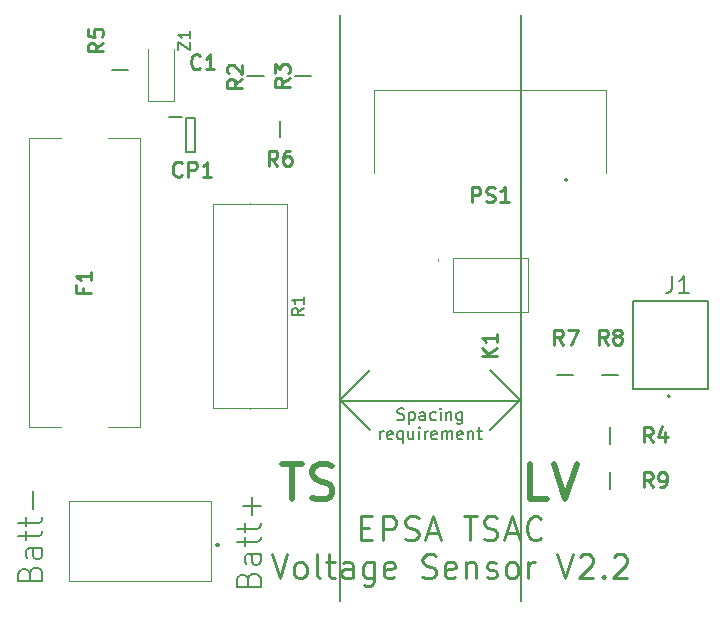
<source format=gbr>
%TF.GenerationSoftware,KiCad,Pcbnew,8.0.2*%
%TF.CreationDate,2024-09-03T17:11:23+02:00*%
%TF.ProjectId,TSAC_Voltage_Sensor,54534143-5f56-46f6-9c74-6167655f5365,rev?*%
%TF.SameCoordinates,Original*%
%TF.FileFunction,Legend,Top*%
%TF.FilePolarity,Positive*%
%FSLAX46Y46*%
G04 Gerber Fmt 4.6, Leading zero omitted, Abs format (unit mm)*
G04 Created by KiCad (PCBNEW 8.0.2) date 2024-09-03 17:11:23*
%MOMM*%
%LPD*%
G01*
G04 APERTURE LIST*
%ADD10C,0.150000*%
%ADD11C,0.200000*%
%ADD12C,0.500000*%
%ADD13C,0.250000*%
%ADD14C,0.254000*%
%ADD15C,0.120000*%
%ADD16C,0.100000*%
%ADD17C,0.300000*%
%ADD18C,0.127000*%
G04 APERTURE END LIST*
D10*
X119500000Y-55880000D02*
X119500000Y-105500000D01*
X106680000Y-91020000D02*
X104140000Y-88480000D01*
X116840000Y-85940000D02*
X119380000Y-88480000D01*
X104140000Y-55880000D02*
X104140000Y-105500000D01*
X104140000Y-88500000D02*
X119380000Y-88500000D01*
X119380000Y-88480000D02*
X116840000Y-91020000D01*
X106680000Y-85940000D02*
X104140000Y-88480000D01*
D11*
X96367219Y-103642856D02*
X96462457Y-103357142D01*
X96462457Y-103357142D02*
X96557695Y-103261904D01*
X96557695Y-103261904D02*
X96748171Y-103166666D01*
X96748171Y-103166666D02*
X97033885Y-103166666D01*
X97033885Y-103166666D02*
X97224361Y-103261904D01*
X97224361Y-103261904D02*
X97319600Y-103357142D01*
X97319600Y-103357142D02*
X97414838Y-103547618D01*
X97414838Y-103547618D02*
X97414838Y-104309523D01*
X97414838Y-104309523D02*
X95414838Y-104309523D01*
X95414838Y-104309523D02*
X95414838Y-103642856D01*
X95414838Y-103642856D02*
X95510076Y-103452380D01*
X95510076Y-103452380D02*
X95605314Y-103357142D01*
X95605314Y-103357142D02*
X95795790Y-103261904D01*
X95795790Y-103261904D02*
X95986266Y-103261904D01*
X95986266Y-103261904D02*
X96176742Y-103357142D01*
X96176742Y-103357142D02*
X96271980Y-103452380D01*
X96271980Y-103452380D02*
X96367219Y-103642856D01*
X96367219Y-103642856D02*
X96367219Y-104309523D01*
X97414838Y-101452380D02*
X96367219Y-101452380D01*
X96367219Y-101452380D02*
X96176742Y-101547618D01*
X96176742Y-101547618D02*
X96081504Y-101738094D01*
X96081504Y-101738094D02*
X96081504Y-102119047D01*
X96081504Y-102119047D02*
X96176742Y-102309523D01*
X97319600Y-101452380D02*
X97414838Y-101642856D01*
X97414838Y-101642856D02*
X97414838Y-102119047D01*
X97414838Y-102119047D02*
X97319600Y-102309523D01*
X97319600Y-102309523D02*
X97129123Y-102404761D01*
X97129123Y-102404761D02*
X96938647Y-102404761D01*
X96938647Y-102404761D02*
X96748171Y-102309523D01*
X96748171Y-102309523D02*
X96652933Y-102119047D01*
X96652933Y-102119047D02*
X96652933Y-101642856D01*
X96652933Y-101642856D02*
X96557695Y-101452380D01*
X96081504Y-100785713D02*
X96081504Y-100023809D01*
X95414838Y-100499999D02*
X97129123Y-100499999D01*
X97129123Y-100499999D02*
X97319600Y-100404761D01*
X97319600Y-100404761D02*
X97414838Y-100214285D01*
X97414838Y-100214285D02*
X97414838Y-100023809D01*
X96081504Y-99642856D02*
X96081504Y-98880952D01*
X95414838Y-99357142D02*
X97129123Y-99357142D01*
X97129123Y-99357142D02*
X97319600Y-99261904D01*
X97319600Y-99261904D02*
X97414838Y-99071428D01*
X97414838Y-99071428D02*
X97414838Y-98880952D01*
X96652933Y-98214285D02*
X96652933Y-96690476D01*
X97414838Y-97452380D02*
X95891028Y-97452380D01*
D12*
X99214286Y-93861857D02*
X100928572Y-93861857D01*
X100071429Y-96861857D02*
X100071429Y-93861857D01*
X101785714Y-96719000D02*
X102214286Y-96861857D01*
X102214286Y-96861857D02*
X102928571Y-96861857D01*
X102928571Y-96861857D02*
X103214286Y-96719000D01*
X103214286Y-96719000D02*
X103357143Y-96576142D01*
X103357143Y-96576142D02*
X103500000Y-96290428D01*
X103500000Y-96290428D02*
X103500000Y-96004714D01*
X103500000Y-96004714D02*
X103357143Y-95719000D01*
X103357143Y-95719000D02*
X103214286Y-95576142D01*
X103214286Y-95576142D02*
X102928571Y-95433285D01*
X102928571Y-95433285D02*
X102357143Y-95290428D01*
X102357143Y-95290428D02*
X102071428Y-95147571D01*
X102071428Y-95147571D02*
X101928571Y-95004714D01*
X101928571Y-95004714D02*
X101785714Y-94719000D01*
X101785714Y-94719000D02*
X101785714Y-94433285D01*
X101785714Y-94433285D02*
X101928571Y-94147571D01*
X101928571Y-94147571D02*
X102071428Y-94004714D01*
X102071428Y-94004714D02*
X102357143Y-93861857D01*
X102357143Y-93861857D02*
X103071428Y-93861857D01*
X103071428Y-93861857D02*
X103500000Y-94004714D01*
D13*
X105928570Y-99254675D02*
X106595237Y-99254675D01*
X106880951Y-100302294D02*
X105928570Y-100302294D01*
X105928570Y-100302294D02*
X105928570Y-98302294D01*
X105928570Y-98302294D02*
X106880951Y-98302294D01*
X107738094Y-100302294D02*
X107738094Y-98302294D01*
X107738094Y-98302294D02*
X108499999Y-98302294D01*
X108499999Y-98302294D02*
X108690475Y-98397532D01*
X108690475Y-98397532D02*
X108785713Y-98492770D01*
X108785713Y-98492770D02*
X108880951Y-98683246D01*
X108880951Y-98683246D02*
X108880951Y-98968960D01*
X108880951Y-98968960D02*
X108785713Y-99159436D01*
X108785713Y-99159436D02*
X108690475Y-99254675D01*
X108690475Y-99254675D02*
X108499999Y-99349913D01*
X108499999Y-99349913D02*
X107738094Y-99349913D01*
X109642856Y-100207056D02*
X109928570Y-100302294D01*
X109928570Y-100302294D02*
X110404761Y-100302294D01*
X110404761Y-100302294D02*
X110595237Y-100207056D01*
X110595237Y-100207056D02*
X110690475Y-100111817D01*
X110690475Y-100111817D02*
X110785713Y-99921341D01*
X110785713Y-99921341D02*
X110785713Y-99730865D01*
X110785713Y-99730865D02*
X110690475Y-99540389D01*
X110690475Y-99540389D02*
X110595237Y-99445151D01*
X110595237Y-99445151D02*
X110404761Y-99349913D01*
X110404761Y-99349913D02*
X110023808Y-99254675D01*
X110023808Y-99254675D02*
X109833332Y-99159436D01*
X109833332Y-99159436D02*
X109738094Y-99064198D01*
X109738094Y-99064198D02*
X109642856Y-98873722D01*
X109642856Y-98873722D02*
X109642856Y-98683246D01*
X109642856Y-98683246D02*
X109738094Y-98492770D01*
X109738094Y-98492770D02*
X109833332Y-98397532D01*
X109833332Y-98397532D02*
X110023808Y-98302294D01*
X110023808Y-98302294D02*
X110499999Y-98302294D01*
X110499999Y-98302294D02*
X110785713Y-98397532D01*
X111547618Y-99730865D02*
X112499999Y-99730865D01*
X111357142Y-100302294D02*
X112023808Y-98302294D01*
X112023808Y-98302294D02*
X112690475Y-100302294D01*
X114595238Y-98302294D02*
X115738095Y-98302294D01*
X115166666Y-100302294D02*
X115166666Y-98302294D01*
X116309524Y-100207056D02*
X116595238Y-100302294D01*
X116595238Y-100302294D02*
X117071429Y-100302294D01*
X117071429Y-100302294D02*
X117261905Y-100207056D01*
X117261905Y-100207056D02*
X117357143Y-100111817D01*
X117357143Y-100111817D02*
X117452381Y-99921341D01*
X117452381Y-99921341D02*
X117452381Y-99730865D01*
X117452381Y-99730865D02*
X117357143Y-99540389D01*
X117357143Y-99540389D02*
X117261905Y-99445151D01*
X117261905Y-99445151D02*
X117071429Y-99349913D01*
X117071429Y-99349913D02*
X116690476Y-99254675D01*
X116690476Y-99254675D02*
X116500000Y-99159436D01*
X116500000Y-99159436D02*
X116404762Y-99064198D01*
X116404762Y-99064198D02*
X116309524Y-98873722D01*
X116309524Y-98873722D02*
X116309524Y-98683246D01*
X116309524Y-98683246D02*
X116404762Y-98492770D01*
X116404762Y-98492770D02*
X116500000Y-98397532D01*
X116500000Y-98397532D02*
X116690476Y-98302294D01*
X116690476Y-98302294D02*
X117166667Y-98302294D01*
X117166667Y-98302294D02*
X117452381Y-98397532D01*
X118214286Y-99730865D02*
X119166667Y-99730865D01*
X118023810Y-100302294D02*
X118690476Y-98302294D01*
X118690476Y-98302294D02*
X119357143Y-100302294D01*
X121166667Y-100111817D02*
X121071429Y-100207056D01*
X121071429Y-100207056D02*
X120785715Y-100302294D01*
X120785715Y-100302294D02*
X120595239Y-100302294D01*
X120595239Y-100302294D02*
X120309524Y-100207056D01*
X120309524Y-100207056D02*
X120119048Y-100016579D01*
X120119048Y-100016579D02*
X120023810Y-99826103D01*
X120023810Y-99826103D02*
X119928572Y-99445151D01*
X119928572Y-99445151D02*
X119928572Y-99159436D01*
X119928572Y-99159436D02*
X120023810Y-98778484D01*
X120023810Y-98778484D02*
X120119048Y-98588008D01*
X120119048Y-98588008D02*
X120309524Y-98397532D01*
X120309524Y-98397532D02*
X120595239Y-98302294D01*
X120595239Y-98302294D02*
X120785715Y-98302294D01*
X120785715Y-98302294D02*
X121071429Y-98397532D01*
X121071429Y-98397532D02*
X121166667Y-98492770D01*
X98357141Y-101522182D02*
X99023807Y-103522182D01*
X99023807Y-103522182D02*
X99690474Y-101522182D01*
X100642855Y-103522182D02*
X100452379Y-103426944D01*
X100452379Y-103426944D02*
X100357141Y-103331705D01*
X100357141Y-103331705D02*
X100261903Y-103141229D01*
X100261903Y-103141229D02*
X100261903Y-102569801D01*
X100261903Y-102569801D02*
X100357141Y-102379324D01*
X100357141Y-102379324D02*
X100452379Y-102284086D01*
X100452379Y-102284086D02*
X100642855Y-102188848D01*
X100642855Y-102188848D02*
X100928570Y-102188848D01*
X100928570Y-102188848D02*
X101119046Y-102284086D01*
X101119046Y-102284086D02*
X101214284Y-102379324D01*
X101214284Y-102379324D02*
X101309522Y-102569801D01*
X101309522Y-102569801D02*
X101309522Y-103141229D01*
X101309522Y-103141229D02*
X101214284Y-103331705D01*
X101214284Y-103331705D02*
X101119046Y-103426944D01*
X101119046Y-103426944D02*
X100928570Y-103522182D01*
X100928570Y-103522182D02*
X100642855Y-103522182D01*
X102452379Y-103522182D02*
X102261903Y-103426944D01*
X102261903Y-103426944D02*
X102166665Y-103236467D01*
X102166665Y-103236467D02*
X102166665Y-101522182D01*
X102928570Y-102188848D02*
X103690474Y-102188848D01*
X103214284Y-101522182D02*
X103214284Y-103236467D01*
X103214284Y-103236467D02*
X103309522Y-103426944D01*
X103309522Y-103426944D02*
X103499998Y-103522182D01*
X103499998Y-103522182D02*
X103690474Y-103522182D01*
X105214284Y-103522182D02*
X105214284Y-102474563D01*
X105214284Y-102474563D02*
X105119046Y-102284086D01*
X105119046Y-102284086D02*
X104928570Y-102188848D01*
X104928570Y-102188848D02*
X104547617Y-102188848D01*
X104547617Y-102188848D02*
X104357141Y-102284086D01*
X105214284Y-103426944D02*
X105023808Y-103522182D01*
X105023808Y-103522182D02*
X104547617Y-103522182D01*
X104547617Y-103522182D02*
X104357141Y-103426944D01*
X104357141Y-103426944D02*
X104261903Y-103236467D01*
X104261903Y-103236467D02*
X104261903Y-103045991D01*
X104261903Y-103045991D02*
X104357141Y-102855515D01*
X104357141Y-102855515D02*
X104547617Y-102760277D01*
X104547617Y-102760277D02*
X105023808Y-102760277D01*
X105023808Y-102760277D02*
X105214284Y-102665039D01*
X107023808Y-102188848D02*
X107023808Y-103807896D01*
X107023808Y-103807896D02*
X106928570Y-103998372D01*
X106928570Y-103998372D02*
X106833332Y-104093610D01*
X106833332Y-104093610D02*
X106642855Y-104188848D01*
X106642855Y-104188848D02*
X106357141Y-104188848D01*
X106357141Y-104188848D02*
X106166665Y-104093610D01*
X107023808Y-103426944D02*
X106833332Y-103522182D01*
X106833332Y-103522182D02*
X106452379Y-103522182D01*
X106452379Y-103522182D02*
X106261903Y-103426944D01*
X106261903Y-103426944D02*
X106166665Y-103331705D01*
X106166665Y-103331705D02*
X106071427Y-103141229D01*
X106071427Y-103141229D02*
X106071427Y-102569801D01*
X106071427Y-102569801D02*
X106166665Y-102379324D01*
X106166665Y-102379324D02*
X106261903Y-102284086D01*
X106261903Y-102284086D02*
X106452379Y-102188848D01*
X106452379Y-102188848D02*
X106833332Y-102188848D01*
X106833332Y-102188848D02*
X107023808Y-102284086D01*
X108738094Y-103426944D02*
X108547618Y-103522182D01*
X108547618Y-103522182D02*
X108166665Y-103522182D01*
X108166665Y-103522182D02*
X107976189Y-103426944D01*
X107976189Y-103426944D02*
X107880951Y-103236467D01*
X107880951Y-103236467D02*
X107880951Y-102474563D01*
X107880951Y-102474563D02*
X107976189Y-102284086D01*
X107976189Y-102284086D02*
X108166665Y-102188848D01*
X108166665Y-102188848D02*
X108547618Y-102188848D01*
X108547618Y-102188848D02*
X108738094Y-102284086D01*
X108738094Y-102284086D02*
X108833332Y-102474563D01*
X108833332Y-102474563D02*
X108833332Y-102665039D01*
X108833332Y-102665039D02*
X107880951Y-102855515D01*
X111119047Y-103426944D02*
X111404761Y-103522182D01*
X111404761Y-103522182D02*
X111880952Y-103522182D01*
X111880952Y-103522182D02*
X112071428Y-103426944D01*
X112071428Y-103426944D02*
X112166666Y-103331705D01*
X112166666Y-103331705D02*
X112261904Y-103141229D01*
X112261904Y-103141229D02*
X112261904Y-102950753D01*
X112261904Y-102950753D02*
X112166666Y-102760277D01*
X112166666Y-102760277D02*
X112071428Y-102665039D01*
X112071428Y-102665039D02*
X111880952Y-102569801D01*
X111880952Y-102569801D02*
X111499999Y-102474563D01*
X111499999Y-102474563D02*
X111309523Y-102379324D01*
X111309523Y-102379324D02*
X111214285Y-102284086D01*
X111214285Y-102284086D02*
X111119047Y-102093610D01*
X111119047Y-102093610D02*
X111119047Y-101903134D01*
X111119047Y-101903134D02*
X111214285Y-101712658D01*
X111214285Y-101712658D02*
X111309523Y-101617420D01*
X111309523Y-101617420D02*
X111499999Y-101522182D01*
X111499999Y-101522182D02*
X111976190Y-101522182D01*
X111976190Y-101522182D02*
X112261904Y-101617420D01*
X113880952Y-103426944D02*
X113690476Y-103522182D01*
X113690476Y-103522182D02*
X113309523Y-103522182D01*
X113309523Y-103522182D02*
X113119047Y-103426944D01*
X113119047Y-103426944D02*
X113023809Y-103236467D01*
X113023809Y-103236467D02*
X113023809Y-102474563D01*
X113023809Y-102474563D02*
X113119047Y-102284086D01*
X113119047Y-102284086D02*
X113309523Y-102188848D01*
X113309523Y-102188848D02*
X113690476Y-102188848D01*
X113690476Y-102188848D02*
X113880952Y-102284086D01*
X113880952Y-102284086D02*
X113976190Y-102474563D01*
X113976190Y-102474563D02*
X113976190Y-102665039D01*
X113976190Y-102665039D02*
X113023809Y-102855515D01*
X114833333Y-102188848D02*
X114833333Y-103522182D01*
X114833333Y-102379324D02*
X114928571Y-102284086D01*
X114928571Y-102284086D02*
X115119047Y-102188848D01*
X115119047Y-102188848D02*
X115404762Y-102188848D01*
X115404762Y-102188848D02*
X115595238Y-102284086D01*
X115595238Y-102284086D02*
X115690476Y-102474563D01*
X115690476Y-102474563D02*
X115690476Y-103522182D01*
X116547619Y-103426944D02*
X116738095Y-103522182D01*
X116738095Y-103522182D02*
X117119047Y-103522182D01*
X117119047Y-103522182D02*
X117309524Y-103426944D01*
X117309524Y-103426944D02*
X117404762Y-103236467D01*
X117404762Y-103236467D02*
X117404762Y-103141229D01*
X117404762Y-103141229D02*
X117309524Y-102950753D01*
X117309524Y-102950753D02*
X117119047Y-102855515D01*
X117119047Y-102855515D02*
X116833333Y-102855515D01*
X116833333Y-102855515D02*
X116642857Y-102760277D01*
X116642857Y-102760277D02*
X116547619Y-102569801D01*
X116547619Y-102569801D02*
X116547619Y-102474563D01*
X116547619Y-102474563D02*
X116642857Y-102284086D01*
X116642857Y-102284086D02*
X116833333Y-102188848D01*
X116833333Y-102188848D02*
X117119047Y-102188848D01*
X117119047Y-102188848D02*
X117309524Y-102284086D01*
X118547619Y-103522182D02*
X118357143Y-103426944D01*
X118357143Y-103426944D02*
X118261905Y-103331705D01*
X118261905Y-103331705D02*
X118166667Y-103141229D01*
X118166667Y-103141229D02*
X118166667Y-102569801D01*
X118166667Y-102569801D02*
X118261905Y-102379324D01*
X118261905Y-102379324D02*
X118357143Y-102284086D01*
X118357143Y-102284086D02*
X118547619Y-102188848D01*
X118547619Y-102188848D02*
X118833334Y-102188848D01*
X118833334Y-102188848D02*
X119023810Y-102284086D01*
X119023810Y-102284086D02*
X119119048Y-102379324D01*
X119119048Y-102379324D02*
X119214286Y-102569801D01*
X119214286Y-102569801D02*
X119214286Y-103141229D01*
X119214286Y-103141229D02*
X119119048Y-103331705D01*
X119119048Y-103331705D02*
X119023810Y-103426944D01*
X119023810Y-103426944D02*
X118833334Y-103522182D01*
X118833334Y-103522182D02*
X118547619Y-103522182D01*
X120071429Y-103522182D02*
X120071429Y-102188848D01*
X120071429Y-102569801D02*
X120166667Y-102379324D01*
X120166667Y-102379324D02*
X120261905Y-102284086D01*
X120261905Y-102284086D02*
X120452381Y-102188848D01*
X120452381Y-102188848D02*
X120642858Y-102188848D01*
X122547620Y-101522182D02*
X123214286Y-103522182D01*
X123214286Y-103522182D02*
X123880953Y-101522182D01*
X124452382Y-101712658D02*
X124547620Y-101617420D01*
X124547620Y-101617420D02*
X124738096Y-101522182D01*
X124738096Y-101522182D02*
X125214287Y-101522182D01*
X125214287Y-101522182D02*
X125404763Y-101617420D01*
X125404763Y-101617420D02*
X125500001Y-101712658D01*
X125500001Y-101712658D02*
X125595239Y-101903134D01*
X125595239Y-101903134D02*
X125595239Y-102093610D01*
X125595239Y-102093610D02*
X125500001Y-102379324D01*
X125500001Y-102379324D02*
X124357144Y-103522182D01*
X124357144Y-103522182D02*
X125595239Y-103522182D01*
X126452382Y-103331705D02*
X126547620Y-103426944D01*
X126547620Y-103426944D02*
X126452382Y-103522182D01*
X126452382Y-103522182D02*
X126357144Y-103426944D01*
X126357144Y-103426944D02*
X126452382Y-103331705D01*
X126452382Y-103331705D02*
X126452382Y-103522182D01*
X127309525Y-101712658D02*
X127404763Y-101617420D01*
X127404763Y-101617420D02*
X127595239Y-101522182D01*
X127595239Y-101522182D02*
X128071430Y-101522182D01*
X128071430Y-101522182D02*
X128261906Y-101617420D01*
X128261906Y-101617420D02*
X128357144Y-101712658D01*
X128357144Y-101712658D02*
X128452382Y-101903134D01*
X128452382Y-101903134D02*
X128452382Y-102093610D01*
X128452382Y-102093610D02*
X128357144Y-102379324D01*
X128357144Y-102379324D02*
X127214287Y-103522182D01*
X127214287Y-103522182D02*
X128452382Y-103522182D01*
D10*
X108998095Y-90102228D02*
X109140952Y-90149847D01*
X109140952Y-90149847D02*
X109379047Y-90149847D01*
X109379047Y-90149847D02*
X109474285Y-90102228D01*
X109474285Y-90102228D02*
X109521904Y-90054608D01*
X109521904Y-90054608D02*
X109569523Y-89959370D01*
X109569523Y-89959370D02*
X109569523Y-89864132D01*
X109569523Y-89864132D02*
X109521904Y-89768894D01*
X109521904Y-89768894D02*
X109474285Y-89721275D01*
X109474285Y-89721275D02*
X109379047Y-89673656D01*
X109379047Y-89673656D02*
X109188571Y-89626037D01*
X109188571Y-89626037D02*
X109093333Y-89578418D01*
X109093333Y-89578418D02*
X109045714Y-89530799D01*
X109045714Y-89530799D02*
X108998095Y-89435561D01*
X108998095Y-89435561D02*
X108998095Y-89340323D01*
X108998095Y-89340323D02*
X109045714Y-89245085D01*
X109045714Y-89245085D02*
X109093333Y-89197466D01*
X109093333Y-89197466D02*
X109188571Y-89149847D01*
X109188571Y-89149847D02*
X109426666Y-89149847D01*
X109426666Y-89149847D02*
X109569523Y-89197466D01*
X109998095Y-89483180D02*
X109998095Y-90483180D01*
X109998095Y-89530799D02*
X110093333Y-89483180D01*
X110093333Y-89483180D02*
X110283809Y-89483180D01*
X110283809Y-89483180D02*
X110379047Y-89530799D01*
X110379047Y-89530799D02*
X110426666Y-89578418D01*
X110426666Y-89578418D02*
X110474285Y-89673656D01*
X110474285Y-89673656D02*
X110474285Y-89959370D01*
X110474285Y-89959370D02*
X110426666Y-90054608D01*
X110426666Y-90054608D02*
X110379047Y-90102228D01*
X110379047Y-90102228D02*
X110283809Y-90149847D01*
X110283809Y-90149847D02*
X110093333Y-90149847D01*
X110093333Y-90149847D02*
X109998095Y-90102228D01*
X111331428Y-90149847D02*
X111331428Y-89626037D01*
X111331428Y-89626037D02*
X111283809Y-89530799D01*
X111283809Y-89530799D02*
X111188571Y-89483180D01*
X111188571Y-89483180D02*
X110998095Y-89483180D01*
X110998095Y-89483180D02*
X110902857Y-89530799D01*
X111331428Y-90102228D02*
X111236190Y-90149847D01*
X111236190Y-90149847D02*
X110998095Y-90149847D01*
X110998095Y-90149847D02*
X110902857Y-90102228D01*
X110902857Y-90102228D02*
X110855238Y-90006989D01*
X110855238Y-90006989D02*
X110855238Y-89911751D01*
X110855238Y-89911751D02*
X110902857Y-89816513D01*
X110902857Y-89816513D02*
X110998095Y-89768894D01*
X110998095Y-89768894D02*
X111236190Y-89768894D01*
X111236190Y-89768894D02*
X111331428Y-89721275D01*
X112236190Y-90102228D02*
X112140952Y-90149847D01*
X112140952Y-90149847D02*
X111950476Y-90149847D01*
X111950476Y-90149847D02*
X111855238Y-90102228D01*
X111855238Y-90102228D02*
X111807619Y-90054608D01*
X111807619Y-90054608D02*
X111760000Y-89959370D01*
X111760000Y-89959370D02*
X111760000Y-89673656D01*
X111760000Y-89673656D02*
X111807619Y-89578418D01*
X111807619Y-89578418D02*
X111855238Y-89530799D01*
X111855238Y-89530799D02*
X111950476Y-89483180D01*
X111950476Y-89483180D02*
X112140952Y-89483180D01*
X112140952Y-89483180D02*
X112236190Y-89530799D01*
X112664762Y-90149847D02*
X112664762Y-89483180D01*
X112664762Y-89149847D02*
X112617143Y-89197466D01*
X112617143Y-89197466D02*
X112664762Y-89245085D01*
X112664762Y-89245085D02*
X112712381Y-89197466D01*
X112712381Y-89197466D02*
X112664762Y-89149847D01*
X112664762Y-89149847D02*
X112664762Y-89245085D01*
X113140952Y-89483180D02*
X113140952Y-90149847D01*
X113140952Y-89578418D02*
X113188571Y-89530799D01*
X113188571Y-89530799D02*
X113283809Y-89483180D01*
X113283809Y-89483180D02*
X113426666Y-89483180D01*
X113426666Y-89483180D02*
X113521904Y-89530799D01*
X113521904Y-89530799D02*
X113569523Y-89626037D01*
X113569523Y-89626037D02*
X113569523Y-90149847D01*
X114474285Y-89483180D02*
X114474285Y-90292704D01*
X114474285Y-90292704D02*
X114426666Y-90387942D01*
X114426666Y-90387942D02*
X114379047Y-90435561D01*
X114379047Y-90435561D02*
X114283809Y-90483180D01*
X114283809Y-90483180D02*
X114140952Y-90483180D01*
X114140952Y-90483180D02*
X114045714Y-90435561D01*
X114474285Y-90102228D02*
X114379047Y-90149847D01*
X114379047Y-90149847D02*
X114188571Y-90149847D01*
X114188571Y-90149847D02*
X114093333Y-90102228D01*
X114093333Y-90102228D02*
X114045714Y-90054608D01*
X114045714Y-90054608D02*
X113998095Y-89959370D01*
X113998095Y-89959370D02*
X113998095Y-89673656D01*
X113998095Y-89673656D02*
X114045714Y-89578418D01*
X114045714Y-89578418D02*
X114093333Y-89530799D01*
X114093333Y-89530799D02*
X114188571Y-89483180D01*
X114188571Y-89483180D02*
X114379047Y-89483180D01*
X114379047Y-89483180D02*
X114474285Y-89530799D01*
X107545714Y-91759791D02*
X107545714Y-91093124D01*
X107545714Y-91283600D02*
X107593333Y-91188362D01*
X107593333Y-91188362D02*
X107640952Y-91140743D01*
X107640952Y-91140743D02*
X107736190Y-91093124D01*
X107736190Y-91093124D02*
X107831428Y-91093124D01*
X108545714Y-91712172D02*
X108450476Y-91759791D01*
X108450476Y-91759791D02*
X108260000Y-91759791D01*
X108260000Y-91759791D02*
X108164762Y-91712172D01*
X108164762Y-91712172D02*
X108117143Y-91616933D01*
X108117143Y-91616933D02*
X108117143Y-91235981D01*
X108117143Y-91235981D02*
X108164762Y-91140743D01*
X108164762Y-91140743D02*
X108260000Y-91093124D01*
X108260000Y-91093124D02*
X108450476Y-91093124D01*
X108450476Y-91093124D02*
X108545714Y-91140743D01*
X108545714Y-91140743D02*
X108593333Y-91235981D01*
X108593333Y-91235981D02*
X108593333Y-91331219D01*
X108593333Y-91331219D02*
X108117143Y-91426457D01*
X109450476Y-91093124D02*
X109450476Y-92093124D01*
X109450476Y-91712172D02*
X109355238Y-91759791D01*
X109355238Y-91759791D02*
X109164762Y-91759791D01*
X109164762Y-91759791D02*
X109069524Y-91712172D01*
X109069524Y-91712172D02*
X109021905Y-91664552D01*
X109021905Y-91664552D02*
X108974286Y-91569314D01*
X108974286Y-91569314D02*
X108974286Y-91283600D01*
X108974286Y-91283600D02*
X109021905Y-91188362D01*
X109021905Y-91188362D02*
X109069524Y-91140743D01*
X109069524Y-91140743D02*
X109164762Y-91093124D01*
X109164762Y-91093124D02*
X109355238Y-91093124D01*
X109355238Y-91093124D02*
X109450476Y-91140743D01*
X110355238Y-91093124D02*
X110355238Y-91759791D01*
X109926667Y-91093124D02*
X109926667Y-91616933D01*
X109926667Y-91616933D02*
X109974286Y-91712172D01*
X109974286Y-91712172D02*
X110069524Y-91759791D01*
X110069524Y-91759791D02*
X110212381Y-91759791D01*
X110212381Y-91759791D02*
X110307619Y-91712172D01*
X110307619Y-91712172D02*
X110355238Y-91664552D01*
X110831429Y-91759791D02*
X110831429Y-91093124D01*
X110831429Y-90759791D02*
X110783810Y-90807410D01*
X110783810Y-90807410D02*
X110831429Y-90855029D01*
X110831429Y-90855029D02*
X110879048Y-90807410D01*
X110879048Y-90807410D02*
X110831429Y-90759791D01*
X110831429Y-90759791D02*
X110831429Y-90855029D01*
X111307619Y-91759791D02*
X111307619Y-91093124D01*
X111307619Y-91283600D02*
X111355238Y-91188362D01*
X111355238Y-91188362D02*
X111402857Y-91140743D01*
X111402857Y-91140743D02*
X111498095Y-91093124D01*
X111498095Y-91093124D02*
X111593333Y-91093124D01*
X112307619Y-91712172D02*
X112212381Y-91759791D01*
X112212381Y-91759791D02*
X112021905Y-91759791D01*
X112021905Y-91759791D02*
X111926667Y-91712172D01*
X111926667Y-91712172D02*
X111879048Y-91616933D01*
X111879048Y-91616933D02*
X111879048Y-91235981D01*
X111879048Y-91235981D02*
X111926667Y-91140743D01*
X111926667Y-91140743D02*
X112021905Y-91093124D01*
X112021905Y-91093124D02*
X112212381Y-91093124D01*
X112212381Y-91093124D02*
X112307619Y-91140743D01*
X112307619Y-91140743D02*
X112355238Y-91235981D01*
X112355238Y-91235981D02*
X112355238Y-91331219D01*
X112355238Y-91331219D02*
X111879048Y-91426457D01*
X112783810Y-91759791D02*
X112783810Y-91093124D01*
X112783810Y-91188362D02*
X112831429Y-91140743D01*
X112831429Y-91140743D02*
X112926667Y-91093124D01*
X112926667Y-91093124D02*
X113069524Y-91093124D01*
X113069524Y-91093124D02*
X113164762Y-91140743D01*
X113164762Y-91140743D02*
X113212381Y-91235981D01*
X113212381Y-91235981D02*
X113212381Y-91759791D01*
X113212381Y-91235981D02*
X113260000Y-91140743D01*
X113260000Y-91140743D02*
X113355238Y-91093124D01*
X113355238Y-91093124D02*
X113498095Y-91093124D01*
X113498095Y-91093124D02*
X113593334Y-91140743D01*
X113593334Y-91140743D02*
X113640953Y-91235981D01*
X113640953Y-91235981D02*
X113640953Y-91759791D01*
X114498095Y-91712172D02*
X114402857Y-91759791D01*
X114402857Y-91759791D02*
X114212381Y-91759791D01*
X114212381Y-91759791D02*
X114117143Y-91712172D01*
X114117143Y-91712172D02*
X114069524Y-91616933D01*
X114069524Y-91616933D02*
X114069524Y-91235981D01*
X114069524Y-91235981D02*
X114117143Y-91140743D01*
X114117143Y-91140743D02*
X114212381Y-91093124D01*
X114212381Y-91093124D02*
X114402857Y-91093124D01*
X114402857Y-91093124D02*
X114498095Y-91140743D01*
X114498095Y-91140743D02*
X114545714Y-91235981D01*
X114545714Y-91235981D02*
X114545714Y-91331219D01*
X114545714Y-91331219D02*
X114069524Y-91426457D01*
X114974286Y-91093124D02*
X114974286Y-91759791D01*
X114974286Y-91188362D02*
X115021905Y-91140743D01*
X115021905Y-91140743D02*
X115117143Y-91093124D01*
X115117143Y-91093124D02*
X115260000Y-91093124D01*
X115260000Y-91093124D02*
X115355238Y-91140743D01*
X115355238Y-91140743D02*
X115402857Y-91235981D01*
X115402857Y-91235981D02*
X115402857Y-91759791D01*
X115736191Y-91093124D02*
X116117143Y-91093124D01*
X115879048Y-90759791D02*
X115879048Y-91616933D01*
X115879048Y-91616933D02*
X115926667Y-91712172D01*
X115926667Y-91712172D02*
X116021905Y-91759791D01*
X116021905Y-91759791D02*
X116117143Y-91759791D01*
D11*
X77867219Y-103142856D02*
X77962457Y-102857142D01*
X77962457Y-102857142D02*
X78057695Y-102761904D01*
X78057695Y-102761904D02*
X78248171Y-102666666D01*
X78248171Y-102666666D02*
X78533885Y-102666666D01*
X78533885Y-102666666D02*
X78724361Y-102761904D01*
X78724361Y-102761904D02*
X78819600Y-102857142D01*
X78819600Y-102857142D02*
X78914838Y-103047618D01*
X78914838Y-103047618D02*
X78914838Y-103809523D01*
X78914838Y-103809523D02*
X76914838Y-103809523D01*
X76914838Y-103809523D02*
X76914838Y-103142856D01*
X76914838Y-103142856D02*
X77010076Y-102952380D01*
X77010076Y-102952380D02*
X77105314Y-102857142D01*
X77105314Y-102857142D02*
X77295790Y-102761904D01*
X77295790Y-102761904D02*
X77486266Y-102761904D01*
X77486266Y-102761904D02*
X77676742Y-102857142D01*
X77676742Y-102857142D02*
X77771980Y-102952380D01*
X77771980Y-102952380D02*
X77867219Y-103142856D01*
X77867219Y-103142856D02*
X77867219Y-103809523D01*
X78914838Y-100952380D02*
X77867219Y-100952380D01*
X77867219Y-100952380D02*
X77676742Y-101047618D01*
X77676742Y-101047618D02*
X77581504Y-101238094D01*
X77581504Y-101238094D02*
X77581504Y-101619047D01*
X77581504Y-101619047D02*
X77676742Y-101809523D01*
X78819600Y-100952380D02*
X78914838Y-101142856D01*
X78914838Y-101142856D02*
X78914838Y-101619047D01*
X78914838Y-101619047D02*
X78819600Y-101809523D01*
X78819600Y-101809523D02*
X78629123Y-101904761D01*
X78629123Y-101904761D02*
X78438647Y-101904761D01*
X78438647Y-101904761D02*
X78248171Y-101809523D01*
X78248171Y-101809523D02*
X78152933Y-101619047D01*
X78152933Y-101619047D02*
X78152933Y-101142856D01*
X78152933Y-101142856D02*
X78057695Y-100952380D01*
X77581504Y-100285713D02*
X77581504Y-99523809D01*
X76914838Y-99999999D02*
X78629123Y-99999999D01*
X78629123Y-99999999D02*
X78819600Y-99904761D01*
X78819600Y-99904761D02*
X78914838Y-99714285D01*
X78914838Y-99714285D02*
X78914838Y-99523809D01*
X77581504Y-99142856D02*
X77581504Y-98380952D01*
X76914838Y-98857142D02*
X78629123Y-98857142D01*
X78629123Y-98857142D02*
X78819600Y-98761904D01*
X78819600Y-98761904D02*
X78914838Y-98571428D01*
X78914838Y-98571428D02*
X78914838Y-98380952D01*
X78152933Y-97714285D02*
X78152933Y-96190476D01*
D12*
X121642857Y-96861857D02*
X120214285Y-96861857D01*
X120214285Y-96861857D02*
X120214285Y-93861857D01*
X122214285Y-93861857D02*
X123214285Y-96861857D01*
X123214285Y-96861857D02*
X124214285Y-93861857D01*
D10*
X90454819Y-58809523D02*
X90454819Y-58142857D01*
X90454819Y-58142857D02*
X91454819Y-58809523D01*
X91454819Y-58809523D02*
X91454819Y-58142857D01*
X91454819Y-57238095D02*
X91454819Y-57809523D01*
X91454819Y-57523809D02*
X90454819Y-57523809D01*
X90454819Y-57523809D02*
X90597676Y-57619047D01*
X90597676Y-57619047D02*
X90692914Y-57714285D01*
X90692914Y-57714285D02*
X90740533Y-57809523D01*
D14*
X126788333Y-83759318D02*
X126364999Y-83154556D01*
X126062618Y-83759318D02*
X126062618Y-82489318D01*
X126062618Y-82489318D02*
X126546428Y-82489318D01*
X126546428Y-82489318D02*
X126667380Y-82549794D01*
X126667380Y-82549794D02*
X126727857Y-82610270D01*
X126727857Y-82610270D02*
X126788333Y-82731222D01*
X126788333Y-82731222D02*
X126788333Y-82912651D01*
X126788333Y-82912651D02*
X126727857Y-83033603D01*
X126727857Y-83033603D02*
X126667380Y-83094080D01*
X126667380Y-83094080D02*
X126546428Y-83154556D01*
X126546428Y-83154556D02*
X126062618Y-83154556D01*
X127514047Y-83033603D02*
X127393095Y-82973127D01*
X127393095Y-82973127D02*
X127332618Y-82912651D01*
X127332618Y-82912651D02*
X127272142Y-82791699D01*
X127272142Y-82791699D02*
X127272142Y-82731222D01*
X127272142Y-82731222D02*
X127332618Y-82610270D01*
X127332618Y-82610270D02*
X127393095Y-82549794D01*
X127393095Y-82549794D02*
X127514047Y-82489318D01*
X127514047Y-82489318D02*
X127755952Y-82489318D01*
X127755952Y-82489318D02*
X127876904Y-82549794D01*
X127876904Y-82549794D02*
X127937380Y-82610270D01*
X127937380Y-82610270D02*
X127997857Y-82731222D01*
X127997857Y-82731222D02*
X127997857Y-82791699D01*
X127997857Y-82791699D02*
X127937380Y-82912651D01*
X127937380Y-82912651D02*
X127876904Y-82973127D01*
X127876904Y-82973127D02*
X127755952Y-83033603D01*
X127755952Y-83033603D02*
X127514047Y-83033603D01*
X127514047Y-83033603D02*
X127393095Y-83094080D01*
X127393095Y-83094080D02*
X127332618Y-83154556D01*
X127332618Y-83154556D02*
X127272142Y-83275508D01*
X127272142Y-83275508D02*
X127272142Y-83517413D01*
X127272142Y-83517413D02*
X127332618Y-83638365D01*
X127332618Y-83638365D02*
X127393095Y-83698842D01*
X127393095Y-83698842D02*
X127514047Y-83759318D01*
X127514047Y-83759318D02*
X127755952Y-83759318D01*
X127755952Y-83759318D02*
X127876904Y-83698842D01*
X127876904Y-83698842D02*
X127937380Y-83638365D01*
X127937380Y-83638365D02*
X127997857Y-83517413D01*
X127997857Y-83517413D02*
X127997857Y-83275508D01*
X127997857Y-83275508D02*
X127937380Y-83154556D01*
X127937380Y-83154556D02*
X127876904Y-83094080D01*
X127876904Y-83094080D02*
X127755952Y-83033603D01*
X117414318Y-84757381D02*
X116144318Y-84757381D01*
X117414318Y-84031666D02*
X116688603Y-84575952D01*
X116144318Y-84031666D02*
X116870032Y-84757381D01*
X117414318Y-82822142D02*
X117414318Y-83547857D01*
X117414318Y-83185000D02*
X116144318Y-83185000D01*
X116144318Y-83185000D02*
X116325746Y-83305952D01*
X116325746Y-83305952D02*
X116446699Y-83426904D01*
X116446699Y-83426904D02*
X116507175Y-83547857D01*
X90757321Y-69424735D02*
X90696845Y-69485212D01*
X90696845Y-69485212D02*
X90515416Y-69545688D01*
X90515416Y-69545688D02*
X90394464Y-69545688D01*
X90394464Y-69545688D02*
X90213035Y-69485212D01*
X90213035Y-69485212D02*
X90092083Y-69364259D01*
X90092083Y-69364259D02*
X90031606Y-69243307D01*
X90031606Y-69243307D02*
X89971130Y-69001402D01*
X89971130Y-69001402D02*
X89971130Y-68819973D01*
X89971130Y-68819973D02*
X90031606Y-68578069D01*
X90031606Y-68578069D02*
X90092083Y-68457116D01*
X90092083Y-68457116D02*
X90213035Y-68336164D01*
X90213035Y-68336164D02*
X90394464Y-68275688D01*
X90394464Y-68275688D02*
X90515416Y-68275688D01*
X90515416Y-68275688D02*
X90696845Y-68336164D01*
X90696845Y-68336164D02*
X90757321Y-68396640D01*
X91301606Y-69545688D02*
X91301606Y-68275688D01*
X91301606Y-68275688D02*
X91785416Y-68275688D01*
X91785416Y-68275688D02*
X91906368Y-68336164D01*
X91906368Y-68336164D02*
X91966845Y-68396640D01*
X91966845Y-68396640D02*
X92027321Y-68517592D01*
X92027321Y-68517592D02*
X92027321Y-68699021D01*
X92027321Y-68699021D02*
X91966845Y-68819973D01*
X91966845Y-68819973D02*
X91906368Y-68880450D01*
X91906368Y-68880450D02*
X91785416Y-68940926D01*
X91785416Y-68940926D02*
X91301606Y-68940926D01*
X93236845Y-69545688D02*
X92511130Y-69545688D01*
X92873987Y-69545688D02*
X92873987Y-68275688D01*
X92873987Y-68275688D02*
X92753035Y-68457116D01*
X92753035Y-68457116D02*
X92632083Y-68578069D01*
X92632083Y-68578069D02*
X92511130Y-68638545D01*
X122978333Y-83759318D02*
X122554999Y-83154556D01*
X122252618Y-83759318D02*
X122252618Y-82489318D01*
X122252618Y-82489318D02*
X122736428Y-82489318D01*
X122736428Y-82489318D02*
X122857380Y-82549794D01*
X122857380Y-82549794D02*
X122917857Y-82610270D01*
X122917857Y-82610270D02*
X122978333Y-82731222D01*
X122978333Y-82731222D02*
X122978333Y-82912651D01*
X122978333Y-82912651D02*
X122917857Y-83033603D01*
X122917857Y-83033603D02*
X122857380Y-83094080D01*
X122857380Y-83094080D02*
X122736428Y-83154556D01*
X122736428Y-83154556D02*
X122252618Y-83154556D01*
X123401666Y-82489318D02*
X124248333Y-82489318D01*
X124248333Y-82489318D02*
X123704047Y-83759318D01*
D10*
X132248333Y-77979866D02*
X132248333Y-78979866D01*
X132248333Y-78979866D02*
X132181666Y-79179866D01*
X132181666Y-79179866D02*
X132048333Y-79313200D01*
X132048333Y-79313200D02*
X131848333Y-79379866D01*
X131848333Y-79379866D02*
X131715000Y-79379866D01*
X133648333Y-79379866D02*
X132848333Y-79379866D01*
X133248333Y-79379866D02*
X133248333Y-77979866D01*
X133248333Y-77979866D02*
X133115000Y-78179866D01*
X133115000Y-78179866D02*
X132981667Y-78313200D01*
X132981667Y-78313200D02*
X132848333Y-78379866D01*
D14*
X130598333Y-92014318D02*
X130174999Y-91409556D01*
X129872618Y-92014318D02*
X129872618Y-90744318D01*
X129872618Y-90744318D02*
X130356428Y-90744318D01*
X130356428Y-90744318D02*
X130477380Y-90804794D01*
X130477380Y-90804794D02*
X130537857Y-90865270D01*
X130537857Y-90865270D02*
X130598333Y-90986222D01*
X130598333Y-90986222D02*
X130598333Y-91167651D01*
X130598333Y-91167651D02*
X130537857Y-91288603D01*
X130537857Y-91288603D02*
X130477380Y-91349080D01*
X130477380Y-91349080D02*
X130356428Y-91409556D01*
X130356428Y-91409556D02*
X129872618Y-91409556D01*
X131686904Y-91167651D02*
X131686904Y-92014318D01*
X131384523Y-90683842D02*
X131082142Y-91590984D01*
X131082142Y-91590984D02*
X131868333Y-91590984D01*
X84074318Y-58211666D02*
X83469556Y-58635000D01*
X84074318Y-58937381D02*
X82804318Y-58937381D01*
X82804318Y-58937381D02*
X82804318Y-58453571D01*
X82804318Y-58453571D02*
X82864794Y-58332619D01*
X82864794Y-58332619D02*
X82925270Y-58272142D01*
X82925270Y-58272142D02*
X83046222Y-58211666D01*
X83046222Y-58211666D02*
X83227651Y-58211666D01*
X83227651Y-58211666D02*
X83348603Y-58272142D01*
X83348603Y-58272142D02*
X83409080Y-58332619D01*
X83409080Y-58332619D02*
X83469556Y-58453571D01*
X83469556Y-58453571D02*
X83469556Y-58937381D01*
X82804318Y-57062619D02*
X82804318Y-57667381D01*
X82804318Y-57667381D02*
X83409080Y-57727857D01*
X83409080Y-57727857D02*
X83348603Y-57667381D01*
X83348603Y-57667381D02*
X83288127Y-57546428D01*
X83288127Y-57546428D02*
X83288127Y-57244047D01*
X83288127Y-57244047D02*
X83348603Y-57123095D01*
X83348603Y-57123095D02*
X83409080Y-57062619D01*
X83409080Y-57062619D02*
X83530032Y-57002142D01*
X83530032Y-57002142D02*
X83832413Y-57002142D01*
X83832413Y-57002142D02*
X83953365Y-57062619D01*
X83953365Y-57062619D02*
X84013842Y-57123095D01*
X84013842Y-57123095D02*
X84074318Y-57244047D01*
X84074318Y-57244047D02*
X84074318Y-57546428D01*
X84074318Y-57546428D02*
X84013842Y-57667381D01*
X84013842Y-57667381D02*
X83953365Y-57727857D01*
X82409080Y-78923332D02*
X82409080Y-79346666D01*
X83074318Y-79346666D02*
X81804318Y-79346666D01*
X81804318Y-79346666D02*
X81804318Y-78741904D01*
X83074318Y-77592856D02*
X83074318Y-78318571D01*
X83074318Y-77955714D02*
X81804318Y-77955714D01*
X81804318Y-77955714D02*
X81985746Y-78076666D01*
X81985746Y-78076666D02*
X82106699Y-78197618D01*
X82106699Y-78197618D02*
X82167175Y-78318571D01*
X99872347Y-61223567D02*
X99267585Y-61646901D01*
X99872347Y-61949282D02*
X98602347Y-61949282D01*
X98602347Y-61949282D02*
X98602347Y-61465472D01*
X98602347Y-61465472D02*
X98662823Y-61344520D01*
X98662823Y-61344520D02*
X98723299Y-61284043D01*
X98723299Y-61284043D02*
X98844251Y-61223567D01*
X98844251Y-61223567D02*
X99025680Y-61223567D01*
X99025680Y-61223567D02*
X99146632Y-61284043D01*
X99146632Y-61284043D02*
X99207109Y-61344520D01*
X99207109Y-61344520D02*
X99267585Y-61465472D01*
X99267585Y-61465472D02*
X99267585Y-61949282D01*
X98602347Y-60800234D02*
X98602347Y-60014043D01*
X98602347Y-60014043D02*
X99086156Y-60437377D01*
X99086156Y-60437377D02*
X99086156Y-60255948D01*
X99086156Y-60255948D02*
X99146632Y-60134996D01*
X99146632Y-60134996D02*
X99207109Y-60074520D01*
X99207109Y-60074520D02*
X99328061Y-60014043D01*
X99328061Y-60014043D02*
X99630442Y-60014043D01*
X99630442Y-60014043D02*
X99751394Y-60074520D01*
X99751394Y-60074520D02*
X99811871Y-60134996D01*
X99811871Y-60134996D02*
X99872347Y-60255948D01*
X99872347Y-60255948D02*
X99872347Y-60618805D01*
X99872347Y-60618805D02*
X99811871Y-60739758D01*
X99811871Y-60739758D02*
X99751394Y-60800234D01*
X98835446Y-68614318D02*
X98412112Y-68009556D01*
X98109731Y-68614318D02*
X98109731Y-67344318D01*
X98109731Y-67344318D02*
X98593541Y-67344318D01*
X98593541Y-67344318D02*
X98714493Y-67404794D01*
X98714493Y-67404794D02*
X98774970Y-67465270D01*
X98774970Y-67465270D02*
X98835446Y-67586222D01*
X98835446Y-67586222D02*
X98835446Y-67767651D01*
X98835446Y-67767651D02*
X98774970Y-67888603D01*
X98774970Y-67888603D02*
X98714493Y-67949080D01*
X98714493Y-67949080D02*
X98593541Y-68009556D01*
X98593541Y-68009556D02*
X98109731Y-68009556D01*
X99924017Y-67344318D02*
X99682112Y-67344318D01*
X99682112Y-67344318D02*
X99561160Y-67404794D01*
X99561160Y-67404794D02*
X99500684Y-67465270D01*
X99500684Y-67465270D02*
X99379731Y-67646699D01*
X99379731Y-67646699D02*
X99319255Y-67888603D01*
X99319255Y-67888603D02*
X99319255Y-68372413D01*
X99319255Y-68372413D02*
X99379731Y-68493365D01*
X99379731Y-68493365D02*
X99440208Y-68553842D01*
X99440208Y-68553842D02*
X99561160Y-68614318D01*
X99561160Y-68614318D02*
X99803065Y-68614318D01*
X99803065Y-68614318D02*
X99924017Y-68553842D01*
X99924017Y-68553842D02*
X99984493Y-68493365D01*
X99984493Y-68493365D02*
X100044970Y-68372413D01*
X100044970Y-68372413D02*
X100044970Y-68070032D01*
X100044970Y-68070032D02*
X99984493Y-67949080D01*
X99984493Y-67949080D02*
X99924017Y-67888603D01*
X99924017Y-67888603D02*
X99803065Y-67828127D01*
X99803065Y-67828127D02*
X99561160Y-67828127D01*
X99561160Y-67828127D02*
X99440208Y-67888603D01*
X99440208Y-67888603D02*
X99379731Y-67949080D01*
X99379731Y-67949080D02*
X99319255Y-68070032D01*
X92299956Y-60326097D02*
X92239480Y-60386574D01*
X92239480Y-60386574D02*
X92058051Y-60447050D01*
X92058051Y-60447050D02*
X91937099Y-60447050D01*
X91937099Y-60447050D02*
X91755670Y-60386574D01*
X91755670Y-60386574D02*
X91634718Y-60265621D01*
X91634718Y-60265621D02*
X91574241Y-60144669D01*
X91574241Y-60144669D02*
X91513765Y-59902764D01*
X91513765Y-59902764D02*
X91513765Y-59721335D01*
X91513765Y-59721335D02*
X91574241Y-59479431D01*
X91574241Y-59479431D02*
X91634718Y-59358478D01*
X91634718Y-59358478D02*
X91755670Y-59237526D01*
X91755670Y-59237526D02*
X91937099Y-59177050D01*
X91937099Y-59177050D02*
X92058051Y-59177050D01*
X92058051Y-59177050D02*
X92239480Y-59237526D01*
X92239480Y-59237526D02*
X92299956Y-59298002D01*
X93509480Y-60447050D02*
X92783765Y-60447050D01*
X93146622Y-60447050D02*
X93146622Y-59177050D01*
X93146622Y-59177050D02*
X93025670Y-59358478D01*
X93025670Y-59358478D02*
X92904718Y-59479431D01*
X92904718Y-59479431D02*
X92783765Y-59539907D01*
X95872347Y-61273567D02*
X95267585Y-61696901D01*
X95872347Y-61999282D02*
X94602347Y-61999282D01*
X94602347Y-61999282D02*
X94602347Y-61515472D01*
X94602347Y-61515472D02*
X94662823Y-61394520D01*
X94662823Y-61394520D02*
X94723299Y-61334043D01*
X94723299Y-61334043D02*
X94844251Y-61273567D01*
X94844251Y-61273567D02*
X95025680Y-61273567D01*
X95025680Y-61273567D02*
X95146632Y-61334043D01*
X95146632Y-61334043D02*
X95207109Y-61394520D01*
X95207109Y-61394520D02*
X95267585Y-61515472D01*
X95267585Y-61515472D02*
X95267585Y-61999282D01*
X94723299Y-60789758D02*
X94662823Y-60729282D01*
X94662823Y-60729282D02*
X94602347Y-60608329D01*
X94602347Y-60608329D02*
X94602347Y-60305948D01*
X94602347Y-60305948D02*
X94662823Y-60184996D01*
X94662823Y-60184996D02*
X94723299Y-60124520D01*
X94723299Y-60124520D02*
X94844251Y-60064043D01*
X94844251Y-60064043D02*
X94965204Y-60064043D01*
X94965204Y-60064043D02*
X95146632Y-60124520D01*
X95146632Y-60124520D02*
X95872347Y-60850234D01*
X95872347Y-60850234D02*
X95872347Y-60064043D01*
X130598333Y-95824318D02*
X130174999Y-95219556D01*
X129872618Y-95824318D02*
X129872618Y-94554318D01*
X129872618Y-94554318D02*
X130356428Y-94554318D01*
X130356428Y-94554318D02*
X130477380Y-94614794D01*
X130477380Y-94614794D02*
X130537857Y-94675270D01*
X130537857Y-94675270D02*
X130598333Y-94796222D01*
X130598333Y-94796222D02*
X130598333Y-94977651D01*
X130598333Y-94977651D02*
X130537857Y-95098603D01*
X130537857Y-95098603D02*
X130477380Y-95159080D01*
X130477380Y-95159080D02*
X130356428Y-95219556D01*
X130356428Y-95219556D02*
X129872618Y-95219556D01*
X131203095Y-95824318D02*
X131444999Y-95824318D01*
X131444999Y-95824318D02*
X131565952Y-95763842D01*
X131565952Y-95763842D02*
X131626428Y-95703365D01*
X131626428Y-95703365D02*
X131747380Y-95521937D01*
X131747380Y-95521937D02*
X131807857Y-95280032D01*
X131807857Y-95280032D02*
X131807857Y-94796222D01*
X131807857Y-94796222D02*
X131747380Y-94675270D01*
X131747380Y-94675270D02*
X131686904Y-94614794D01*
X131686904Y-94614794D02*
X131565952Y-94554318D01*
X131565952Y-94554318D02*
X131324047Y-94554318D01*
X131324047Y-94554318D02*
X131203095Y-94614794D01*
X131203095Y-94614794D02*
X131142618Y-94675270D01*
X131142618Y-94675270D02*
X131082142Y-94796222D01*
X131082142Y-94796222D02*
X131082142Y-95098603D01*
X131082142Y-95098603D02*
X131142618Y-95219556D01*
X131142618Y-95219556D02*
X131203095Y-95280032D01*
X131203095Y-95280032D02*
X131324047Y-95340508D01*
X131324047Y-95340508D02*
X131565952Y-95340508D01*
X131565952Y-95340508D02*
X131686904Y-95280032D01*
X131686904Y-95280032D02*
X131747380Y-95219556D01*
X131747380Y-95219556D02*
X131807857Y-95098603D01*
D10*
X101074819Y-80666666D02*
X100598628Y-80999999D01*
X101074819Y-81238094D02*
X100074819Y-81238094D01*
X100074819Y-81238094D02*
X100074819Y-80857142D01*
X100074819Y-80857142D02*
X100122438Y-80761904D01*
X100122438Y-80761904D02*
X100170057Y-80714285D01*
X100170057Y-80714285D02*
X100265295Y-80666666D01*
X100265295Y-80666666D02*
X100408152Y-80666666D01*
X100408152Y-80666666D02*
X100503390Y-80714285D01*
X100503390Y-80714285D02*
X100551009Y-80761904D01*
X100551009Y-80761904D02*
X100598628Y-80857142D01*
X100598628Y-80857142D02*
X100598628Y-81238094D01*
X101074819Y-79714285D02*
X101074819Y-80285713D01*
X101074819Y-79999999D02*
X100074819Y-79999999D01*
X100074819Y-79999999D02*
X100217676Y-80095237D01*
X100217676Y-80095237D02*
X100312914Y-80190475D01*
X100312914Y-80190475D02*
X100360533Y-80285713D01*
D14*
X115297856Y-71694318D02*
X115297856Y-70424318D01*
X115297856Y-70424318D02*
X115781666Y-70424318D01*
X115781666Y-70424318D02*
X115902618Y-70484794D01*
X115902618Y-70484794D02*
X115963095Y-70545270D01*
X115963095Y-70545270D02*
X116023571Y-70666222D01*
X116023571Y-70666222D02*
X116023571Y-70847651D01*
X116023571Y-70847651D02*
X115963095Y-70968603D01*
X115963095Y-70968603D02*
X115902618Y-71029080D01*
X115902618Y-71029080D02*
X115781666Y-71089556D01*
X115781666Y-71089556D02*
X115297856Y-71089556D01*
X116507380Y-71633842D02*
X116688809Y-71694318D01*
X116688809Y-71694318D02*
X116991190Y-71694318D01*
X116991190Y-71694318D02*
X117112142Y-71633842D01*
X117112142Y-71633842D02*
X117172618Y-71573365D01*
X117172618Y-71573365D02*
X117233095Y-71452413D01*
X117233095Y-71452413D02*
X117233095Y-71331461D01*
X117233095Y-71331461D02*
X117172618Y-71210508D01*
X117172618Y-71210508D02*
X117112142Y-71150032D01*
X117112142Y-71150032D02*
X116991190Y-71089556D01*
X116991190Y-71089556D02*
X116749285Y-71029080D01*
X116749285Y-71029080D02*
X116628333Y-70968603D01*
X116628333Y-70968603D02*
X116567856Y-70908127D01*
X116567856Y-70908127D02*
X116507380Y-70787175D01*
X116507380Y-70787175D02*
X116507380Y-70666222D01*
X116507380Y-70666222D02*
X116567856Y-70545270D01*
X116567856Y-70545270D02*
X116628333Y-70484794D01*
X116628333Y-70484794D02*
X116749285Y-70424318D01*
X116749285Y-70424318D02*
X117051666Y-70424318D01*
X117051666Y-70424318D02*
X117233095Y-70484794D01*
X118442619Y-71694318D02*
X117716904Y-71694318D01*
X118079761Y-71694318D02*
X118079761Y-70424318D01*
X118079761Y-70424318D02*
X117958809Y-70605746D01*
X117958809Y-70605746D02*
X117837857Y-70726699D01*
X117837857Y-70726699D02*
X117716904Y-70787175D01*
D15*
%TO.C,Z1*%
X87890000Y-58750000D02*
X87890000Y-63160000D01*
X87890000Y-63160000D02*
X90110000Y-63160000D01*
X90110000Y-63160000D02*
X90110000Y-58750000D01*
D11*
%TO.C,R8*%
X126300000Y-86360000D02*
X127700000Y-86360000D01*
D16*
%TO.C,K1*%
X112440000Y-76540000D02*
X112440000Y-76540000D01*
X112440000Y-76640000D02*
X112440000Y-76640000D01*
X113665000Y-76454000D02*
X120015000Y-76454000D01*
X113665000Y-81026000D02*
X113665000Y-76454000D01*
X120015000Y-76454000D02*
X120015000Y-81026000D01*
X120015000Y-81026000D02*
X113665000Y-81026000D01*
X112440000Y-76540000D02*
G75*
G02*
X112440000Y-76640000I0J-50000D01*
G01*
X112440000Y-76640000D02*
G75*
G02*
X112440000Y-76540000I0J50000D01*
G01*
D11*
%TO.C,CP1*%
X89625000Y-64500000D02*
X90775000Y-64500000D01*
X91125000Y-64550000D02*
X91875000Y-64550000D01*
X91125000Y-67450000D02*
X91125000Y-64550000D01*
X91875000Y-64550000D02*
X91875000Y-67450000D01*
X91875000Y-67450000D02*
X91125000Y-67450000D01*
%TO.C,R7*%
X123890000Y-86360000D02*
X122490000Y-86360000D01*
D16*
%TO.C,J2*%
X81187500Y-97010000D02*
X93237500Y-97010000D01*
X81187500Y-103800000D02*
X81187500Y-97010000D01*
X93237500Y-97010000D02*
X93237500Y-103800000D01*
X93237500Y-103800000D02*
X81187500Y-103800000D01*
D17*
X93712500Y-100700000D02*
X93712500Y-100700000D01*
X93812500Y-100700000D02*
X93812500Y-100700000D01*
X93712500Y-100700000D02*
G75*
G02*
X93812500Y-100700000I50000J0D01*
G01*
X93812500Y-100700000D02*
G75*
G02*
X93712500Y-100700000I-50000J0D01*
G01*
D18*
%TO.C,J1*%
X128980000Y-80085000D02*
X128980000Y-87555000D01*
X128980000Y-87555000D02*
X135330000Y-87555000D01*
X135330000Y-80085000D02*
X128980000Y-80085000D01*
X135330000Y-87555000D02*
X135330000Y-80085000D01*
D11*
X132080000Y-88120000D02*
G75*
G02*
X131880000Y-88120000I-100000J0D01*
G01*
X131880000Y-88120000D02*
G75*
G02*
X132080000Y-88120000I100000J0D01*
G01*
%TO.C,R4*%
X127000000Y-90740000D02*
X127000000Y-92140000D01*
%TO.C,R5*%
X86200000Y-60500000D02*
X84800000Y-60500000D01*
D16*
%TO.C,F1*%
X77800000Y-66300000D02*
X80500000Y-66300000D01*
X77800000Y-90700000D02*
X77800000Y-66300000D01*
X80500000Y-90700000D02*
X77800000Y-90700000D01*
X84500000Y-90700000D02*
X87200000Y-90700000D01*
X87200000Y-66300000D02*
X84500000Y-66300000D01*
X87200000Y-90700000D02*
X87200000Y-66300000D01*
D11*
%TO.C,R3*%
X100300000Y-61000000D02*
X101700000Y-61000000D01*
%TO.C,R6*%
X99035212Y-66200000D02*
X99035212Y-64800000D01*
%TO.C,R2*%
X96300000Y-61050000D02*
X97700000Y-61050000D01*
%TO.C,R9*%
X127000000Y-94550000D02*
X127000000Y-95950000D01*
D15*
%TO.C,R1*%
X93380000Y-71880000D02*
X93380000Y-89120000D01*
X93380000Y-89120000D02*
X99620000Y-89120000D01*
X96500000Y-71780000D02*
X96500000Y-71880000D01*
X96500000Y-89220000D02*
X96500000Y-89120000D01*
X99620000Y-71880000D02*
X93380000Y-71880000D01*
X99620000Y-89120000D02*
X99620000Y-71880000D01*
D16*
%TO.C,PS1*%
X107015000Y-62165000D02*
X107015000Y-69215000D01*
D11*
X123190000Y-69815000D02*
X123190000Y-69815000D01*
X123390000Y-69815000D02*
X123390000Y-69815000D01*
D16*
X126665000Y-62165000D02*
X107015000Y-62165000D01*
X126665000Y-69215000D02*
X126665000Y-62165000D01*
D11*
X123190000Y-69815000D02*
G75*
G02*
X123390000Y-69815000I100000J0D01*
G01*
X123390000Y-69815000D02*
G75*
G02*
X123190000Y-69815000I-100000J0D01*
G01*
%TD*%
M02*

</source>
